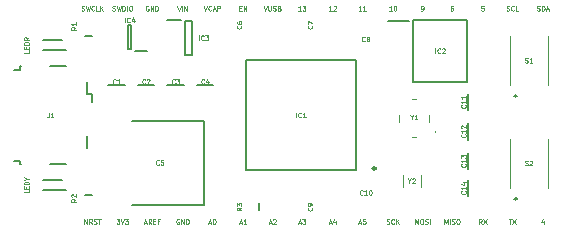
<source format=gto>
G04 #@! TF.GenerationSoftware,KiCad,Pcbnew,5.1.5-52549c5~84~ubuntu18.04.1*
G04 #@! TF.CreationDate,2019-12-30T17:09:38-05:00*
G04 #@! TF.ProjectId,junebug,6a756e65-6275-4672-9e6b-696361645f70,rev?*
G04 #@! TF.SameCoordinates,Original*
G04 #@! TF.FileFunction,Legend,Top*
G04 #@! TF.FilePolarity,Positive*
%FSLAX46Y46*%
G04 Gerber Fmt 4.6, Leading zero omitted, Abs format (unit mm)*
G04 Created by KiCad (PCBNEW 5.1.5-52549c5~84~ubuntu18.04.1) date 2019-12-30 17:09:38*
%MOMM*%
%LPD*%
G04 APERTURE LIST*
%ADD10C,0.100000*%
%ADD11C,0.200000*%
%ADD12C,0.250000*%
%ADD13C,0.150000*%
G04 APERTURE END LIST*
D10*
X118995238Y-91661904D02*
X119052380Y-91680952D01*
X119147619Y-91680952D01*
X119185714Y-91661904D01*
X119204761Y-91642857D01*
X119223809Y-91604761D01*
X119223809Y-91566666D01*
X119204761Y-91528571D01*
X119185714Y-91509523D01*
X119147619Y-91490476D01*
X119071428Y-91471428D01*
X119033333Y-91452380D01*
X119014285Y-91433333D01*
X118995238Y-91395238D01*
X118995238Y-91357142D01*
X119014285Y-91319047D01*
X119033333Y-91300000D01*
X119071428Y-91280952D01*
X119166666Y-91280952D01*
X119223809Y-91300000D01*
X119376190Y-91319047D02*
X119395238Y-91300000D01*
X119433333Y-91280952D01*
X119528571Y-91280952D01*
X119566666Y-91300000D01*
X119585714Y-91319047D01*
X119604761Y-91357142D01*
X119604761Y-91395238D01*
X119585714Y-91452380D01*
X119357142Y-91680952D01*
X119604761Y-91680952D01*
X118995238Y-82961904D02*
X119052380Y-82980952D01*
X119147619Y-82980952D01*
X119185714Y-82961904D01*
X119204761Y-82942857D01*
X119223809Y-82904761D01*
X119223809Y-82866666D01*
X119204761Y-82828571D01*
X119185714Y-82809523D01*
X119147619Y-82790476D01*
X119071428Y-82771428D01*
X119033333Y-82752380D01*
X119014285Y-82733333D01*
X118995238Y-82695238D01*
X118995238Y-82657142D01*
X119014285Y-82619047D01*
X119033333Y-82600000D01*
X119071428Y-82580952D01*
X119166666Y-82580952D01*
X119223809Y-82600000D01*
X119604761Y-82980952D02*
X119376190Y-82980952D01*
X119490476Y-82980952D02*
X119490476Y-82580952D01*
X119452380Y-82638095D01*
X119414285Y-82676190D01*
X119376190Y-82695238D01*
X113942857Y-93857142D02*
X113961904Y-93876190D01*
X113980952Y-93933333D01*
X113980952Y-93971428D01*
X113961904Y-94028571D01*
X113923809Y-94066666D01*
X113885714Y-94085714D01*
X113809523Y-94104761D01*
X113752380Y-94104761D01*
X113676190Y-94085714D01*
X113638095Y-94066666D01*
X113600000Y-94028571D01*
X113580952Y-93971428D01*
X113580952Y-93933333D01*
X113600000Y-93876190D01*
X113619047Y-93857142D01*
X113980952Y-93476190D02*
X113980952Y-93704761D01*
X113980952Y-93590476D02*
X113580952Y-93590476D01*
X113638095Y-93628571D01*
X113676190Y-93666666D01*
X113695238Y-93704761D01*
X113714285Y-93133333D02*
X113980952Y-93133333D01*
X113561904Y-93228571D02*
X113847619Y-93323809D01*
X113847619Y-93076190D01*
X113942857Y-91557142D02*
X113961904Y-91576190D01*
X113980952Y-91633333D01*
X113980952Y-91671428D01*
X113961904Y-91728571D01*
X113923809Y-91766666D01*
X113885714Y-91785714D01*
X113809523Y-91804761D01*
X113752380Y-91804761D01*
X113676190Y-91785714D01*
X113638095Y-91766666D01*
X113600000Y-91728571D01*
X113580952Y-91671428D01*
X113580952Y-91633333D01*
X113600000Y-91576190D01*
X113619047Y-91557142D01*
X113980952Y-91176190D02*
X113980952Y-91404761D01*
X113980952Y-91290476D02*
X113580952Y-91290476D01*
X113638095Y-91328571D01*
X113676190Y-91366666D01*
X113695238Y-91404761D01*
X113580952Y-91042857D02*
X113580952Y-90795238D01*
X113733333Y-90928571D01*
X113733333Y-90871428D01*
X113752380Y-90833333D01*
X113771428Y-90814285D01*
X113809523Y-90795238D01*
X113904761Y-90795238D01*
X113942857Y-90814285D01*
X113961904Y-90833333D01*
X113980952Y-90871428D01*
X113980952Y-90985714D01*
X113961904Y-91023809D01*
X113942857Y-91042857D01*
X113942857Y-89057142D02*
X113961904Y-89076190D01*
X113980952Y-89133333D01*
X113980952Y-89171428D01*
X113961904Y-89228571D01*
X113923809Y-89266666D01*
X113885714Y-89285714D01*
X113809523Y-89304761D01*
X113752380Y-89304761D01*
X113676190Y-89285714D01*
X113638095Y-89266666D01*
X113600000Y-89228571D01*
X113580952Y-89171428D01*
X113580952Y-89133333D01*
X113600000Y-89076190D01*
X113619047Y-89057142D01*
X113980952Y-88676190D02*
X113980952Y-88904761D01*
X113980952Y-88790476D02*
X113580952Y-88790476D01*
X113638095Y-88828571D01*
X113676190Y-88866666D01*
X113695238Y-88904761D01*
X113619047Y-88523809D02*
X113600000Y-88504761D01*
X113580952Y-88466666D01*
X113580952Y-88371428D01*
X113600000Y-88333333D01*
X113619047Y-88314285D01*
X113657142Y-88295238D01*
X113695238Y-88295238D01*
X113752380Y-88314285D01*
X113980952Y-88542857D01*
X113980952Y-88295238D01*
X113942857Y-86557142D02*
X113961904Y-86576190D01*
X113980952Y-86633333D01*
X113980952Y-86671428D01*
X113961904Y-86728571D01*
X113923809Y-86766666D01*
X113885714Y-86785714D01*
X113809523Y-86804761D01*
X113752380Y-86804761D01*
X113676190Y-86785714D01*
X113638095Y-86766666D01*
X113600000Y-86728571D01*
X113580952Y-86671428D01*
X113580952Y-86633333D01*
X113600000Y-86576190D01*
X113619047Y-86557142D01*
X113980952Y-86176190D02*
X113980952Y-86404761D01*
X113980952Y-86290476D02*
X113580952Y-86290476D01*
X113638095Y-86328571D01*
X113676190Y-86366666D01*
X113695238Y-86404761D01*
X113980952Y-85795238D02*
X113980952Y-86023809D01*
X113980952Y-85909523D02*
X113580952Y-85909523D01*
X113638095Y-85947619D01*
X113676190Y-85985714D01*
X113695238Y-86023809D01*
X111409523Y-82180952D02*
X111409523Y-81780952D01*
X111828571Y-82142857D02*
X111809523Y-82161904D01*
X111752380Y-82180952D01*
X111714285Y-82180952D01*
X111657142Y-82161904D01*
X111619047Y-82123809D01*
X111600000Y-82085714D01*
X111580952Y-82009523D01*
X111580952Y-81952380D01*
X111600000Y-81876190D01*
X111619047Y-81838095D01*
X111657142Y-81800000D01*
X111714285Y-81780952D01*
X111752380Y-81780952D01*
X111809523Y-81800000D01*
X111828571Y-81819047D01*
X111980952Y-81819047D02*
X112000000Y-81800000D01*
X112038095Y-81780952D01*
X112133333Y-81780952D01*
X112171428Y-81800000D01*
X112190476Y-81819047D01*
X112209523Y-81857142D01*
X112209523Y-81895238D01*
X112190476Y-81952380D01*
X111961904Y-82180952D01*
X112209523Y-82180952D01*
X109409523Y-87590476D02*
X109409523Y-87780952D01*
X109276190Y-87380952D02*
X109409523Y-87590476D01*
X109542857Y-87380952D01*
X109885714Y-87780952D02*
X109657142Y-87780952D01*
X109771428Y-87780952D02*
X109771428Y-87380952D01*
X109733333Y-87438095D01*
X109695238Y-87476190D01*
X109657142Y-87495238D01*
X109209523Y-92990476D02*
X109209523Y-93180952D01*
X109076190Y-92780952D02*
X109209523Y-92990476D01*
X109342857Y-92780952D01*
X109457142Y-92819047D02*
X109476190Y-92800000D01*
X109514285Y-92780952D01*
X109609523Y-92780952D01*
X109647619Y-92800000D01*
X109666666Y-92819047D01*
X109685714Y-92857142D01*
X109685714Y-92895238D01*
X109666666Y-92952380D01*
X109438095Y-93180952D01*
X109685714Y-93180952D01*
X105242857Y-94142857D02*
X105223809Y-94161904D01*
X105166666Y-94180952D01*
X105128571Y-94180952D01*
X105071428Y-94161904D01*
X105033333Y-94123809D01*
X105014285Y-94085714D01*
X104995238Y-94009523D01*
X104995238Y-93952380D01*
X105014285Y-93876190D01*
X105033333Y-93838095D01*
X105071428Y-93800000D01*
X105128571Y-93780952D01*
X105166666Y-93780952D01*
X105223809Y-93800000D01*
X105242857Y-93819047D01*
X105623809Y-94180952D02*
X105395238Y-94180952D01*
X105509523Y-94180952D02*
X105509523Y-93780952D01*
X105471428Y-93838095D01*
X105433333Y-93876190D01*
X105395238Y-93895238D01*
X105871428Y-93780952D02*
X105909523Y-93780952D01*
X105947619Y-93800000D01*
X105966666Y-93819047D01*
X105985714Y-93857142D01*
X106004761Y-93933333D01*
X106004761Y-94028571D01*
X105985714Y-94104761D01*
X105966666Y-94142857D01*
X105947619Y-94161904D01*
X105909523Y-94180952D01*
X105871428Y-94180952D01*
X105833333Y-94161904D01*
X105814285Y-94142857D01*
X105795238Y-94104761D01*
X105776190Y-94028571D01*
X105776190Y-93933333D01*
X105795238Y-93857142D01*
X105814285Y-93819047D01*
X105833333Y-93800000D01*
X105871428Y-93780952D01*
X100942857Y-95266666D02*
X100961904Y-95285714D01*
X100980952Y-95342857D01*
X100980952Y-95380952D01*
X100961904Y-95438095D01*
X100923809Y-95476190D01*
X100885714Y-95495238D01*
X100809523Y-95514285D01*
X100752380Y-95514285D01*
X100676190Y-95495238D01*
X100638095Y-95476190D01*
X100600000Y-95438095D01*
X100580952Y-95380952D01*
X100580952Y-95342857D01*
X100600000Y-95285714D01*
X100619047Y-95266666D01*
X100980952Y-95076190D02*
X100980952Y-95000000D01*
X100961904Y-94961904D01*
X100942857Y-94942857D01*
X100885714Y-94904761D01*
X100809523Y-94885714D01*
X100657142Y-94885714D01*
X100619047Y-94904761D01*
X100600000Y-94923809D01*
X100580952Y-94961904D01*
X100580952Y-95038095D01*
X100600000Y-95076190D01*
X100619047Y-95095238D01*
X100657142Y-95114285D01*
X100752380Y-95114285D01*
X100790476Y-95095238D01*
X100809523Y-95076190D01*
X100828571Y-95038095D01*
X100828571Y-94961904D01*
X100809523Y-94923809D01*
X100790476Y-94904761D01*
X100752380Y-94885714D01*
X105433333Y-81142857D02*
X105414285Y-81161904D01*
X105357142Y-81180952D01*
X105319047Y-81180952D01*
X105261904Y-81161904D01*
X105223809Y-81123809D01*
X105204761Y-81085714D01*
X105185714Y-81009523D01*
X105185714Y-80952380D01*
X105204761Y-80876190D01*
X105223809Y-80838095D01*
X105261904Y-80800000D01*
X105319047Y-80780952D01*
X105357142Y-80780952D01*
X105414285Y-80800000D01*
X105433333Y-80819047D01*
X105661904Y-80952380D02*
X105623809Y-80933333D01*
X105604761Y-80914285D01*
X105585714Y-80876190D01*
X105585714Y-80857142D01*
X105604761Y-80819047D01*
X105623809Y-80800000D01*
X105661904Y-80780952D01*
X105738095Y-80780952D01*
X105776190Y-80800000D01*
X105795238Y-80819047D01*
X105814285Y-80857142D01*
X105814285Y-80876190D01*
X105795238Y-80914285D01*
X105776190Y-80933333D01*
X105738095Y-80952380D01*
X105661904Y-80952380D01*
X105623809Y-80971428D01*
X105604761Y-80990476D01*
X105585714Y-81028571D01*
X105585714Y-81104761D01*
X105604761Y-81142857D01*
X105623809Y-81161904D01*
X105661904Y-81180952D01*
X105738095Y-81180952D01*
X105776190Y-81161904D01*
X105795238Y-81142857D01*
X105814285Y-81104761D01*
X105814285Y-81028571D01*
X105795238Y-80990476D01*
X105776190Y-80971428D01*
X105738095Y-80952380D01*
X100942857Y-79866666D02*
X100961904Y-79885714D01*
X100980952Y-79942857D01*
X100980952Y-79980952D01*
X100961904Y-80038095D01*
X100923809Y-80076190D01*
X100885714Y-80095238D01*
X100809523Y-80114285D01*
X100752380Y-80114285D01*
X100676190Y-80095238D01*
X100638095Y-80076190D01*
X100600000Y-80038095D01*
X100580952Y-79980952D01*
X100580952Y-79942857D01*
X100600000Y-79885714D01*
X100619047Y-79866666D01*
X100580952Y-79733333D02*
X100580952Y-79466666D01*
X100980952Y-79638095D01*
X94942857Y-79866666D02*
X94961904Y-79885714D01*
X94980952Y-79942857D01*
X94980952Y-79980952D01*
X94961904Y-80038095D01*
X94923809Y-80076190D01*
X94885714Y-80095238D01*
X94809523Y-80114285D01*
X94752380Y-80114285D01*
X94676190Y-80095238D01*
X94638095Y-80076190D01*
X94600000Y-80038095D01*
X94580952Y-79980952D01*
X94580952Y-79942857D01*
X94600000Y-79885714D01*
X94619047Y-79866666D01*
X94580952Y-79523809D02*
X94580952Y-79600000D01*
X94600000Y-79638095D01*
X94619047Y-79657142D01*
X94676190Y-79695238D01*
X94752380Y-79714285D01*
X94904761Y-79714285D01*
X94942857Y-79695238D01*
X94961904Y-79676190D01*
X94980952Y-79638095D01*
X94980952Y-79561904D01*
X94961904Y-79523809D01*
X94942857Y-79504761D01*
X94904761Y-79485714D01*
X94809523Y-79485714D01*
X94771428Y-79504761D01*
X94752380Y-79523809D01*
X94733333Y-79561904D01*
X94733333Y-79638095D01*
X94752380Y-79676190D01*
X94771428Y-79695238D01*
X94809523Y-79714285D01*
X99609523Y-87610952D02*
X99609523Y-87210952D01*
X100028571Y-87572857D02*
X100009523Y-87591904D01*
X99952380Y-87610952D01*
X99914285Y-87610952D01*
X99857142Y-87591904D01*
X99819047Y-87553809D01*
X99800000Y-87515714D01*
X99780952Y-87439523D01*
X99780952Y-87382380D01*
X99800000Y-87306190D01*
X99819047Y-87268095D01*
X99857142Y-87230000D01*
X99914285Y-87210952D01*
X99952380Y-87210952D01*
X100009523Y-87230000D01*
X100028571Y-87249047D01*
X100409523Y-87610952D02*
X100180952Y-87610952D01*
X100295238Y-87610952D02*
X100295238Y-87210952D01*
X100257142Y-87268095D01*
X100219047Y-87306190D01*
X100180952Y-87325238D01*
X94980952Y-95266666D02*
X94790476Y-95400000D01*
X94980952Y-95495238D02*
X94580952Y-95495238D01*
X94580952Y-95342857D01*
X94600000Y-95304761D01*
X94619047Y-95285714D01*
X94657142Y-95266666D01*
X94714285Y-95266666D01*
X94752380Y-95285714D01*
X94771428Y-95304761D01*
X94790476Y-95342857D01*
X94790476Y-95495238D01*
X94580952Y-95133333D02*
X94580952Y-94885714D01*
X94733333Y-95019047D01*
X94733333Y-94961904D01*
X94752380Y-94923809D01*
X94771428Y-94904761D01*
X94809523Y-94885714D01*
X94904761Y-94885714D01*
X94942857Y-94904761D01*
X94961904Y-94923809D01*
X94980952Y-94961904D01*
X94980952Y-95076190D01*
X94961904Y-95114285D01*
X94942857Y-95133333D01*
X87983333Y-91592857D02*
X87964285Y-91611904D01*
X87907142Y-91630952D01*
X87869047Y-91630952D01*
X87811904Y-91611904D01*
X87773809Y-91573809D01*
X87754761Y-91535714D01*
X87735714Y-91459523D01*
X87735714Y-91402380D01*
X87754761Y-91326190D01*
X87773809Y-91288095D01*
X87811904Y-91250000D01*
X87869047Y-91230952D01*
X87907142Y-91230952D01*
X87964285Y-91250000D01*
X87983333Y-91269047D01*
X88345238Y-91230952D02*
X88154761Y-91230952D01*
X88135714Y-91421428D01*
X88154761Y-91402380D01*
X88192857Y-91383333D01*
X88288095Y-91383333D01*
X88326190Y-91402380D01*
X88345238Y-91421428D01*
X88364285Y-91459523D01*
X88364285Y-91554761D01*
X88345238Y-91592857D01*
X88326190Y-91611904D01*
X88288095Y-91630952D01*
X88192857Y-91630952D01*
X88154761Y-91611904D01*
X88135714Y-91592857D01*
X91833333Y-84742857D02*
X91814285Y-84761904D01*
X91757142Y-84780952D01*
X91719047Y-84780952D01*
X91661904Y-84761904D01*
X91623809Y-84723809D01*
X91604761Y-84685714D01*
X91585714Y-84609523D01*
X91585714Y-84552380D01*
X91604761Y-84476190D01*
X91623809Y-84438095D01*
X91661904Y-84400000D01*
X91719047Y-84380952D01*
X91757142Y-84380952D01*
X91814285Y-84400000D01*
X91833333Y-84419047D01*
X92176190Y-84514285D02*
X92176190Y-84780952D01*
X92080952Y-84361904D02*
X91985714Y-84647619D01*
X92233333Y-84647619D01*
X89333333Y-84742857D02*
X89314285Y-84761904D01*
X89257142Y-84780952D01*
X89219047Y-84780952D01*
X89161904Y-84761904D01*
X89123809Y-84723809D01*
X89104761Y-84685714D01*
X89085714Y-84609523D01*
X89085714Y-84552380D01*
X89104761Y-84476190D01*
X89123809Y-84438095D01*
X89161904Y-84400000D01*
X89219047Y-84380952D01*
X89257142Y-84380952D01*
X89314285Y-84400000D01*
X89333333Y-84419047D01*
X89466666Y-84380952D02*
X89714285Y-84380952D01*
X89580952Y-84533333D01*
X89638095Y-84533333D01*
X89676190Y-84552380D01*
X89695238Y-84571428D01*
X89714285Y-84609523D01*
X89714285Y-84704761D01*
X89695238Y-84742857D01*
X89676190Y-84761904D01*
X89638095Y-84780952D01*
X89523809Y-84780952D01*
X89485714Y-84761904D01*
X89466666Y-84742857D01*
X86833333Y-84742857D02*
X86814285Y-84761904D01*
X86757142Y-84780952D01*
X86719047Y-84780952D01*
X86661904Y-84761904D01*
X86623809Y-84723809D01*
X86604761Y-84685714D01*
X86585714Y-84609523D01*
X86585714Y-84552380D01*
X86604761Y-84476190D01*
X86623809Y-84438095D01*
X86661904Y-84400000D01*
X86719047Y-84380952D01*
X86757142Y-84380952D01*
X86814285Y-84400000D01*
X86833333Y-84419047D01*
X86985714Y-84419047D02*
X87004761Y-84400000D01*
X87042857Y-84380952D01*
X87138095Y-84380952D01*
X87176190Y-84400000D01*
X87195238Y-84419047D01*
X87214285Y-84457142D01*
X87214285Y-84495238D01*
X87195238Y-84552380D01*
X86966666Y-84780952D01*
X87214285Y-84780952D01*
X84333333Y-84742857D02*
X84314285Y-84761904D01*
X84257142Y-84780952D01*
X84219047Y-84780952D01*
X84161904Y-84761904D01*
X84123809Y-84723809D01*
X84104761Y-84685714D01*
X84085714Y-84609523D01*
X84085714Y-84552380D01*
X84104761Y-84476190D01*
X84123809Y-84438095D01*
X84161904Y-84400000D01*
X84219047Y-84380952D01*
X84257142Y-84380952D01*
X84314285Y-84400000D01*
X84333333Y-84419047D01*
X84714285Y-84780952D02*
X84485714Y-84780952D01*
X84600000Y-84780952D02*
X84600000Y-84380952D01*
X84561904Y-84438095D01*
X84523809Y-84476190D01*
X84485714Y-84495238D01*
X91359523Y-81080952D02*
X91359523Y-80680952D01*
X91778571Y-81042857D02*
X91759523Y-81061904D01*
X91702380Y-81080952D01*
X91664285Y-81080952D01*
X91607142Y-81061904D01*
X91569047Y-81023809D01*
X91550000Y-80985714D01*
X91530952Y-80909523D01*
X91530952Y-80852380D01*
X91550000Y-80776190D01*
X91569047Y-80738095D01*
X91607142Y-80700000D01*
X91664285Y-80680952D01*
X91702380Y-80680952D01*
X91759523Y-80700000D01*
X91778571Y-80719047D01*
X91911904Y-80680952D02*
X92159523Y-80680952D01*
X92026190Y-80833333D01*
X92083333Y-80833333D01*
X92121428Y-80852380D01*
X92140476Y-80871428D01*
X92159523Y-80909523D01*
X92159523Y-81004761D01*
X92140476Y-81042857D01*
X92121428Y-81061904D01*
X92083333Y-81080952D01*
X91969047Y-81080952D01*
X91930952Y-81061904D01*
X91911904Y-81042857D01*
X85109523Y-79580952D02*
X85109523Y-79180952D01*
X85528571Y-79542857D02*
X85509523Y-79561904D01*
X85452380Y-79580952D01*
X85414285Y-79580952D01*
X85357142Y-79561904D01*
X85319047Y-79523809D01*
X85300000Y-79485714D01*
X85280952Y-79409523D01*
X85280952Y-79352380D01*
X85300000Y-79276190D01*
X85319047Y-79238095D01*
X85357142Y-79200000D01*
X85414285Y-79180952D01*
X85452380Y-79180952D01*
X85509523Y-79200000D01*
X85528571Y-79219047D01*
X85871428Y-79314285D02*
X85871428Y-79580952D01*
X85776190Y-79161904D02*
X85680952Y-79447619D01*
X85928571Y-79447619D01*
X78666666Y-87210952D02*
X78666666Y-87496666D01*
X78647619Y-87553809D01*
X78609523Y-87591904D01*
X78552380Y-87610952D01*
X78514285Y-87610952D01*
X79066666Y-87610952D02*
X78838095Y-87610952D01*
X78952380Y-87610952D02*
X78952380Y-87210952D01*
X78914285Y-87268095D01*
X78876190Y-87306190D01*
X78838095Y-87325238D01*
X80980952Y-94526666D02*
X80790476Y-94660000D01*
X80980952Y-94755238D02*
X80580952Y-94755238D01*
X80580952Y-94602857D01*
X80600000Y-94564761D01*
X80619047Y-94545714D01*
X80657142Y-94526666D01*
X80714285Y-94526666D01*
X80752380Y-94545714D01*
X80771428Y-94564761D01*
X80790476Y-94602857D01*
X80790476Y-94755238D01*
X80619047Y-94374285D02*
X80600000Y-94355238D01*
X80580952Y-94317142D01*
X80580952Y-94221904D01*
X80600000Y-94183809D01*
X80619047Y-94164761D01*
X80657142Y-94145714D01*
X80695238Y-94145714D01*
X80752380Y-94164761D01*
X80980952Y-94393333D01*
X80980952Y-94145714D01*
X80980952Y-79966666D02*
X80790476Y-80100000D01*
X80980952Y-80195238D02*
X80580952Y-80195238D01*
X80580952Y-80042857D01*
X80600000Y-80004761D01*
X80619047Y-79985714D01*
X80657142Y-79966666D01*
X80714285Y-79966666D01*
X80752380Y-79985714D01*
X80771428Y-80004761D01*
X80790476Y-80042857D01*
X80790476Y-80195238D01*
X80980952Y-79585714D02*
X80980952Y-79814285D01*
X80980952Y-79700000D02*
X80580952Y-79700000D01*
X80638095Y-79738095D01*
X80676190Y-79776190D01*
X80695238Y-79814285D01*
X76980952Y-93788571D02*
X76980952Y-93979047D01*
X76580952Y-93979047D01*
X76771428Y-93655238D02*
X76771428Y-93521904D01*
X76980952Y-93464761D02*
X76980952Y-93655238D01*
X76580952Y-93655238D01*
X76580952Y-93464761D01*
X76980952Y-93293333D02*
X76580952Y-93293333D01*
X76580952Y-93198095D01*
X76600000Y-93140952D01*
X76638095Y-93102857D01*
X76676190Y-93083809D01*
X76752380Y-93064761D01*
X76809523Y-93064761D01*
X76885714Y-93083809D01*
X76923809Y-93102857D01*
X76961904Y-93140952D01*
X76980952Y-93198095D01*
X76980952Y-93293333D01*
X76790476Y-92817142D02*
X76980952Y-92817142D01*
X76580952Y-92950476D02*
X76790476Y-92817142D01*
X76580952Y-92683809D01*
X76980952Y-81957142D02*
X76980952Y-82147619D01*
X76580952Y-82147619D01*
X76771428Y-81823809D02*
X76771428Y-81690476D01*
X76980952Y-81633333D02*
X76980952Y-81823809D01*
X76580952Y-81823809D01*
X76580952Y-81633333D01*
X76980952Y-81461904D02*
X76580952Y-81461904D01*
X76580952Y-81366666D01*
X76600000Y-81309523D01*
X76638095Y-81271428D01*
X76676190Y-81252380D01*
X76752380Y-81233333D01*
X76809523Y-81233333D01*
X76885714Y-81252380D01*
X76923809Y-81271428D01*
X76961904Y-81309523D01*
X76980952Y-81366666D01*
X76980952Y-81461904D01*
X76980952Y-80833333D02*
X76790476Y-80966666D01*
X76980952Y-81061904D02*
X76580952Y-81061904D01*
X76580952Y-80909523D01*
X76600000Y-80871428D01*
X76619047Y-80852380D01*
X76657142Y-80833333D01*
X76714285Y-80833333D01*
X76752380Y-80852380D01*
X76771428Y-80871428D01*
X76790476Y-80909523D01*
X76790476Y-81061904D01*
X120576190Y-96374285D02*
X120576190Y-96640952D01*
X120480952Y-96221904D02*
X120385714Y-96507619D01*
X120633333Y-96507619D01*
X117595238Y-96240952D02*
X117823809Y-96240952D01*
X117709523Y-96640952D02*
X117709523Y-96240952D01*
X117919047Y-96240952D02*
X118185714Y-96640952D01*
X118185714Y-96240952D02*
X117919047Y-96640952D01*
X115333333Y-96640952D02*
X115200000Y-96450476D01*
X115104761Y-96640952D02*
X115104761Y-96240952D01*
X115257142Y-96240952D01*
X115295238Y-96260000D01*
X115314285Y-96279047D01*
X115333333Y-96317142D01*
X115333333Y-96374285D01*
X115314285Y-96412380D01*
X115295238Y-96431428D01*
X115257142Y-96450476D01*
X115104761Y-96450476D01*
X115466666Y-96240952D02*
X115733333Y-96640952D01*
X115733333Y-96240952D02*
X115466666Y-96640952D01*
X112171428Y-96640952D02*
X112171428Y-96240952D01*
X112304761Y-96526666D01*
X112438095Y-96240952D01*
X112438095Y-96640952D01*
X112628571Y-96640952D02*
X112628571Y-96240952D01*
X112800000Y-96621904D02*
X112857142Y-96640952D01*
X112952380Y-96640952D01*
X112990476Y-96621904D01*
X113009523Y-96602857D01*
X113028571Y-96564761D01*
X113028571Y-96526666D01*
X113009523Y-96488571D01*
X112990476Y-96469523D01*
X112952380Y-96450476D01*
X112876190Y-96431428D01*
X112838095Y-96412380D01*
X112819047Y-96393333D01*
X112800000Y-96355238D01*
X112800000Y-96317142D01*
X112819047Y-96279047D01*
X112838095Y-96260000D01*
X112876190Y-96240952D01*
X112971428Y-96240952D01*
X113028571Y-96260000D01*
X113276190Y-96240952D02*
X113352380Y-96240952D01*
X113390476Y-96260000D01*
X113428571Y-96298095D01*
X113447619Y-96374285D01*
X113447619Y-96507619D01*
X113428571Y-96583809D01*
X113390476Y-96621904D01*
X113352380Y-96640952D01*
X113276190Y-96640952D01*
X113238095Y-96621904D01*
X113200000Y-96583809D01*
X113180952Y-96507619D01*
X113180952Y-96374285D01*
X113200000Y-96298095D01*
X113238095Y-96260000D01*
X113276190Y-96240952D01*
X109671428Y-96640952D02*
X109671428Y-96240952D01*
X109804761Y-96526666D01*
X109938095Y-96240952D01*
X109938095Y-96640952D01*
X110204761Y-96240952D02*
X110280952Y-96240952D01*
X110319047Y-96260000D01*
X110357142Y-96298095D01*
X110376190Y-96374285D01*
X110376190Y-96507619D01*
X110357142Y-96583809D01*
X110319047Y-96621904D01*
X110280952Y-96640952D01*
X110204761Y-96640952D01*
X110166666Y-96621904D01*
X110128571Y-96583809D01*
X110109523Y-96507619D01*
X110109523Y-96374285D01*
X110128571Y-96298095D01*
X110166666Y-96260000D01*
X110204761Y-96240952D01*
X110528571Y-96621904D02*
X110585714Y-96640952D01*
X110680952Y-96640952D01*
X110719047Y-96621904D01*
X110738095Y-96602857D01*
X110757142Y-96564761D01*
X110757142Y-96526666D01*
X110738095Y-96488571D01*
X110719047Y-96469523D01*
X110680952Y-96450476D01*
X110604761Y-96431428D01*
X110566666Y-96412380D01*
X110547619Y-96393333D01*
X110528571Y-96355238D01*
X110528571Y-96317142D01*
X110547619Y-96279047D01*
X110566666Y-96260000D01*
X110604761Y-96240952D01*
X110700000Y-96240952D01*
X110757142Y-96260000D01*
X110928571Y-96640952D02*
X110928571Y-96240952D01*
X107285714Y-96621904D02*
X107342857Y-96640952D01*
X107438095Y-96640952D01*
X107476190Y-96621904D01*
X107495238Y-96602857D01*
X107514285Y-96564761D01*
X107514285Y-96526666D01*
X107495238Y-96488571D01*
X107476190Y-96469523D01*
X107438095Y-96450476D01*
X107361904Y-96431428D01*
X107323809Y-96412380D01*
X107304761Y-96393333D01*
X107285714Y-96355238D01*
X107285714Y-96317142D01*
X107304761Y-96279047D01*
X107323809Y-96260000D01*
X107361904Y-96240952D01*
X107457142Y-96240952D01*
X107514285Y-96260000D01*
X107914285Y-96602857D02*
X107895238Y-96621904D01*
X107838095Y-96640952D01*
X107800000Y-96640952D01*
X107742857Y-96621904D01*
X107704761Y-96583809D01*
X107685714Y-96545714D01*
X107666666Y-96469523D01*
X107666666Y-96412380D01*
X107685714Y-96336190D01*
X107704761Y-96298095D01*
X107742857Y-96260000D01*
X107800000Y-96240952D01*
X107838095Y-96240952D01*
X107895238Y-96260000D01*
X107914285Y-96279047D01*
X108085714Y-96640952D02*
X108085714Y-96240952D01*
X108314285Y-96640952D02*
X108142857Y-96412380D01*
X108314285Y-96240952D02*
X108085714Y-96469523D01*
X104914285Y-96526666D02*
X105104761Y-96526666D01*
X104876190Y-96640952D02*
X105009523Y-96240952D01*
X105142857Y-96640952D01*
X105466666Y-96240952D02*
X105276190Y-96240952D01*
X105257142Y-96431428D01*
X105276190Y-96412380D01*
X105314285Y-96393333D01*
X105409523Y-96393333D01*
X105447619Y-96412380D01*
X105466666Y-96431428D01*
X105485714Y-96469523D01*
X105485714Y-96564761D01*
X105466666Y-96602857D01*
X105447619Y-96621904D01*
X105409523Y-96640952D01*
X105314285Y-96640952D01*
X105276190Y-96621904D01*
X105257142Y-96602857D01*
X102414285Y-96526666D02*
X102604761Y-96526666D01*
X102376190Y-96640952D02*
X102509523Y-96240952D01*
X102642857Y-96640952D01*
X102947619Y-96374285D02*
X102947619Y-96640952D01*
X102852380Y-96221904D02*
X102757142Y-96507619D01*
X103004761Y-96507619D01*
X99814285Y-96526666D02*
X100004761Y-96526666D01*
X99776190Y-96640952D02*
X99909523Y-96240952D01*
X100042857Y-96640952D01*
X100138095Y-96240952D02*
X100385714Y-96240952D01*
X100252380Y-96393333D01*
X100309523Y-96393333D01*
X100347619Y-96412380D01*
X100366666Y-96431428D01*
X100385714Y-96469523D01*
X100385714Y-96564761D01*
X100366666Y-96602857D01*
X100347619Y-96621904D01*
X100309523Y-96640952D01*
X100195238Y-96640952D01*
X100157142Y-96621904D01*
X100138095Y-96602857D01*
X97314285Y-96526666D02*
X97504761Y-96526666D01*
X97276190Y-96640952D02*
X97409523Y-96240952D01*
X97542857Y-96640952D01*
X97657142Y-96279047D02*
X97676190Y-96260000D01*
X97714285Y-96240952D01*
X97809523Y-96240952D01*
X97847619Y-96260000D01*
X97866666Y-96279047D01*
X97885714Y-96317142D01*
X97885714Y-96355238D01*
X97866666Y-96412380D01*
X97638095Y-96640952D01*
X97885714Y-96640952D01*
X94814285Y-96526666D02*
X95004761Y-96526666D01*
X94776190Y-96640952D02*
X94909523Y-96240952D01*
X95042857Y-96640952D01*
X95385714Y-96640952D02*
X95157142Y-96640952D01*
X95271428Y-96640952D02*
X95271428Y-96240952D01*
X95233333Y-96298095D01*
X95195238Y-96336190D01*
X95157142Y-96355238D01*
X92214285Y-96526666D02*
X92404761Y-96526666D01*
X92176190Y-96640952D02*
X92309523Y-96240952D01*
X92442857Y-96640952D01*
X92652380Y-96240952D02*
X92690476Y-96240952D01*
X92728571Y-96260000D01*
X92747619Y-96279047D01*
X92766666Y-96317142D01*
X92785714Y-96393333D01*
X92785714Y-96488571D01*
X92766666Y-96564761D01*
X92747619Y-96602857D01*
X92728571Y-96621904D01*
X92690476Y-96640952D01*
X92652380Y-96640952D01*
X92614285Y-96621904D01*
X92595238Y-96602857D01*
X92576190Y-96564761D01*
X92557142Y-96488571D01*
X92557142Y-96393333D01*
X92576190Y-96317142D01*
X92595238Y-96279047D01*
X92614285Y-96260000D01*
X92652380Y-96240952D01*
X89695238Y-96260000D02*
X89657142Y-96240952D01*
X89600000Y-96240952D01*
X89542857Y-96260000D01*
X89504761Y-96298095D01*
X89485714Y-96336190D01*
X89466666Y-96412380D01*
X89466666Y-96469523D01*
X89485714Y-96545714D01*
X89504761Y-96583809D01*
X89542857Y-96621904D01*
X89600000Y-96640952D01*
X89638095Y-96640952D01*
X89695238Y-96621904D01*
X89714285Y-96602857D01*
X89714285Y-96469523D01*
X89638095Y-96469523D01*
X89885714Y-96640952D02*
X89885714Y-96240952D01*
X90114285Y-96640952D01*
X90114285Y-96240952D01*
X90304761Y-96640952D02*
X90304761Y-96240952D01*
X90400000Y-96240952D01*
X90457142Y-96260000D01*
X90495238Y-96298095D01*
X90514285Y-96336190D01*
X90533333Y-96412380D01*
X90533333Y-96469523D01*
X90514285Y-96545714D01*
X90495238Y-96583809D01*
X90457142Y-96621904D01*
X90400000Y-96640952D01*
X90304761Y-96640952D01*
X86752380Y-96526666D02*
X86942857Y-96526666D01*
X86714285Y-96640952D02*
X86847619Y-96240952D01*
X86980952Y-96640952D01*
X87342857Y-96640952D02*
X87209523Y-96450476D01*
X87114285Y-96640952D02*
X87114285Y-96240952D01*
X87266666Y-96240952D01*
X87304761Y-96260000D01*
X87323809Y-96279047D01*
X87342857Y-96317142D01*
X87342857Y-96374285D01*
X87323809Y-96412380D01*
X87304761Y-96431428D01*
X87266666Y-96450476D01*
X87114285Y-96450476D01*
X87514285Y-96431428D02*
X87647619Y-96431428D01*
X87704761Y-96640952D02*
X87514285Y-96640952D01*
X87514285Y-96240952D01*
X87704761Y-96240952D01*
X88009523Y-96431428D02*
X87876190Y-96431428D01*
X87876190Y-96640952D02*
X87876190Y-96240952D01*
X88066666Y-96240952D01*
X84404761Y-96240952D02*
X84652380Y-96240952D01*
X84519047Y-96393333D01*
X84576190Y-96393333D01*
X84614285Y-96412380D01*
X84633333Y-96431428D01*
X84652380Y-96469523D01*
X84652380Y-96564761D01*
X84633333Y-96602857D01*
X84614285Y-96621904D01*
X84576190Y-96640952D01*
X84461904Y-96640952D01*
X84423809Y-96621904D01*
X84404761Y-96602857D01*
X84766666Y-96240952D02*
X84900000Y-96640952D01*
X85033333Y-96240952D01*
X85128571Y-96240952D02*
X85376190Y-96240952D01*
X85242857Y-96393333D01*
X85300000Y-96393333D01*
X85338095Y-96412380D01*
X85357142Y-96431428D01*
X85376190Y-96469523D01*
X85376190Y-96564761D01*
X85357142Y-96602857D01*
X85338095Y-96621904D01*
X85300000Y-96640952D01*
X85185714Y-96640952D01*
X85147619Y-96621904D01*
X85128571Y-96602857D01*
X81692857Y-96640952D02*
X81692857Y-96240952D01*
X81921428Y-96640952D01*
X81921428Y-96240952D01*
X82340476Y-96640952D02*
X82207142Y-96450476D01*
X82111904Y-96640952D02*
X82111904Y-96240952D01*
X82264285Y-96240952D01*
X82302380Y-96260000D01*
X82321428Y-96279047D01*
X82340476Y-96317142D01*
X82340476Y-96374285D01*
X82321428Y-96412380D01*
X82302380Y-96431428D01*
X82264285Y-96450476D01*
X82111904Y-96450476D01*
X82492857Y-96621904D02*
X82550000Y-96640952D01*
X82645238Y-96640952D01*
X82683333Y-96621904D01*
X82702380Y-96602857D01*
X82721428Y-96564761D01*
X82721428Y-96526666D01*
X82702380Y-96488571D01*
X82683333Y-96469523D01*
X82645238Y-96450476D01*
X82569047Y-96431428D01*
X82530952Y-96412380D01*
X82511904Y-96393333D01*
X82492857Y-96355238D01*
X82492857Y-96317142D01*
X82511904Y-96279047D01*
X82530952Y-96260000D01*
X82569047Y-96240952D01*
X82664285Y-96240952D01*
X82721428Y-96260000D01*
X82835714Y-96240952D02*
X83064285Y-96240952D01*
X82950000Y-96640952D02*
X82950000Y-96240952D01*
X120014285Y-78561904D02*
X120071428Y-78580952D01*
X120166666Y-78580952D01*
X120204761Y-78561904D01*
X120223809Y-78542857D01*
X120242857Y-78504761D01*
X120242857Y-78466666D01*
X120223809Y-78428571D01*
X120204761Y-78409523D01*
X120166666Y-78390476D01*
X120090476Y-78371428D01*
X120052380Y-78352380D01*
X120033333Y-78333333D01*
X120014285Y-78295238D01*
X120014285Y-78257142D01*
X120033333Y-78219047D01*
X120052380Y-78200000D01*
X120090476Y-78180952D01*
X120185714Y-78180952D01*
X120242857Y-78200000D01*
X120414285Y-78580952D02*
X120414285Y-78180952D01*
X120509523Y-78180952D01*
X120566666Y-78200000D01*
X120604761Y-78238095D01*
X120623809Y-78276190D01*
X120642857Y-78352380D01*
X120642857Y-78409523D01*
X120623809Y-78485714D01*
X120604761Y-78523809D01*
X120566666Y-78561904D01*
X120509523Y-78580952D01*
X120414285Y-78580952D01*
X120795238Y-78466666D02*
X120985714Y-78466666D01*
X120757142Y-78580952D02*
X120890476Y-78180952D01*
X121023809Y-78580952D01*
X117423809Y-78561904D02*
X117480952Y-78580952D01*
X117576190Y-78580952D01*
X117614285Y-78561904D01*
X117633333Y-78542857D01*
X117652380Y-78504761D01*
X117652380Y-78466666D01*
X117633333Y-78428571D01*
X117614285Y-78409523D01*
X117576190Y-78390476D01*
X117500000Y-78371428D01*
X117461904Y-78352380D01*
X117442857Y-78333333D01*
X117423809Y-78295238D01*
X117423809Y-78257142D01*
X117442857Y-78219047D01*
X117461904Y-78200000D01*
X117500000Y-78180952D01*
X117595238Y-78180952D01*
X117652380Y-78200000D01*
X118052380Y-78542857D02*
X118033333Y-78561904D01*
X117976190Y-78580952D01*
X117938095Y-78580952D01*
X117880952Y-78561904D01*
X117842857Y-78523809D01*
X117823809Y-78485714D01*
X117804761Y-78409523D01*
X117804761Y-78352380D01*
X117823809Y-78276190D01*
X117842857Y-78238095D01*
X117880952Y-78200000D01*
X117938095Y-78180952D01*
X117976190Y-78180952D01*
X118033333Y-78200000D01*
X118052380Y-78219047D01*
X118414285Y-78580952D02*
X118223809Y-78580952D01*
X118223809Y-78180952D01*
X115495238Y-78180952D02*
X115304761Y-78180952D01*
X115285714Y-78371428D01*
X115304761Y-78352380D01*
X115342857Y-78333333D01*
X115438095Y-78333333D01*
X115476190Y-78352380D01*
X115495238Y-78371428D01*
X115514285Y-78409523D01*
X115514285Y-78504761D01*
X115495238Y-78542857D01*
X115476190Y-78561904D01*
X115438095Y-78580952D01*
X115342857Y-78580952D01*
X115304761Y-78561904D01*
X115285714Y-78542857D01*
X112876190Y-78180952D02*
X112800000Y-78180952D01*
X112761904Y-78200000D01*
X112742857Y-78219047D01*
X112704761Y-78276190D01*
X112685714Y-78352380D01*
X112685714Y-78504761D01*
X112704761Y-78542857D01*
X112723809Y-78561904D01*
X112761904Y-78580952D01*
X112838095Y-78580952D01*
X112876190Y-78561904D01*
X112895238Y-78542857D01*
X112914285Y-78504761D01*
X112914285Y-78409523D01*
X112895238Y-78371428D01*
X112876190Y-78352380D01*
X112838095Y-78333333D01*
X112761904Y-78333333D01*
X112723809Y-78352380D01*
X112704761Y-78371428D01*
X112685714Y-78409523D01*
X110223809Y-78580952D02*
X110300000Y-78580952D01*
X110338095Y-78561904D01*
X110357142Y-78542857D01*
X110395238Y-78485714D01*
X110414285Y-78409523D01*
X110414285Y-78257142D01*
X110395238Y-78219047D01*
X110376190Y-78200000D01*
X110338095Y-78180952D01*
X110261904Y-78180952D01*
X110223809Y-78200000D01*
X110204761Y-78219047D01*
X110185714Y-78257142D01*
X110185714Y-78352380D01*
X110204761Y-78390476D01*
X110223809Y-78409523D01*
X110261904Y-78428571D01*
X110338095Y-78428571D01*
X110376190Y-78409523D01*
X110395238Y-78390476D01*
X110414285Y-78352380D01*
X107723809Y-78580952D02*
X107495238Y-78580952D01*
X107609523Y-78580952D02*
X107609523Y-78180952D01*
X107571428Y-78238095D01*
X107533333Y-78276190D01*
X107495238Y-78295238D01*
X107971428Y-78180952D02*
X108009523Y-78180952D01*
X108047619Y-78200000D01*
X108066666Y-78219047D01*
X108085714Y-78257142D01*
X108104761Y-78333333D01*
X108104761Y-78428571D01*
X108085714Y-78504761D01*
X108066666Y-78542857D01*
X108047619Y-78561904D01*
X108009523Y-78580952D01*
X107971428Y-78580952D01*
X107933333Y-78561904D01*
X107914285Y-78542857D01*
X107895238Y-78504761D01*
X107876190Y-78428571D01*
X107876190Y-78333333D01*
X107895238Y-78257142D01*
X107914285Y-78219047D01*
X107933333Y-78200000D01*
X107971428Y-78180952D01*
X105123809Y-78580952D02*
X104895238Y-78580952D01*
X105009523Y-78580952D02*
X105009523Y-78180952D01*
X104971428Y-78238095D01*
X104933333Y-78276190D01*
X104895238Y-78295238D01*
X105504761Y-78580952D02*
X105276190Y-78580952D01*
X105390476Y-78580952D02*
X105390476Y-78180952D01*
X105352380Y-78238095D01*
X105314285Y-78276190D01*
X105276190Y-78295238D01*
X102623809Y-78580952D02*
X102395238Y-78580952D01*
X102509523Y-78580952D02*
X102509523Y-78180952D01*
X102471428Y-78238095D01*
X102433333Y-78276190D01*
X102395238Y-78295238D01*
X102776190Y-78219047D02*
X102795238Y-78200000D01*
X102833333Y-78180952D01*
X102928571Y-78180952D01*
X102966666Y-78200000D01*
X102985714Y-78219047D01*
X103004761Y-78257142D01*
X103004761Y-78295238D01*
X102985714Y-78352380D01*
X102757142Y-78580952D01*
X103004761Y-78580952D01*
X100023809Y-78580952D02*
X99795238Y-78580952D01*
X99909523Y-78580952D02*
X99909523Y-78180952D01*
X99871428Y-78238095D01*
X99833333Y-78276190D01*
X99795238Y-78295238D01*
X100157142Y-78180952D02*
X100404761Y-78180952D01*
X100271428Y-78333333D01*
X100328571Y-78333333D01*
X100366666Y-78352380D01*
X100385714Y-78371428D01*
X100404761Y-78409523D01*
X100404761Y-78504761D01*
X100385714Y-78542857D01*
X100366666Y-78561904D01*
X100328571Y-78580952D01*
X100214285Y-78580952D01*
X100176190Y-78561904D01*
X100157142Y-78542857D01*
X96866666Y-78180952D02*
X97000000Y-78580952D01*
X97133333Y-78180952D01*
X97266666Y-78180952D02*
X97266666Y-78504761D01*
X97285714Y-78542857D01*
X97304761Y-78561904D01*
X97342857Y-78580952D01*
X97419047Y-78580952D01*
X97457142Y-78561904D01*
X97476190Y-78542857D01*
X97495238Y-78504761D01*
X97495238Y-78180952D01*
X97666666Y-78561904D02*
X97723809Y-78580952D01*
X97819047Y-78580952D01*
X97857142Y-78561904D01*
X97876190Y-78542857D01*
X97895238Y-78504761D01*
X97895238Y-78466666D01*
X97876190Y-78428571D01*
X97857142Y-78409523D01*
X97819047Y-78390476D01*
X97742857Y-78371428D01*
X97704761Y-78352380D01*
X97685714Y-78333333D01*
X97666666Y-78295238D01*
X97666666Y-78257142D01*
X97685714Y-78219047D01*
X97704761Y-78200000D01*
X97742857Y-78180952D01*
X97838095Y-78180952D01*
X97895238Y-78200000D01*
X98200000Y-78371428D02*
X98257142Y-78390476D01*
X98276190Y-78409523D01*
X98295238Y-78447619D01*
X98295238Y-78504761D01*
X98276190Y-78542857D01*
X98257142Y-78561904D01*
X98219047Y-78580952D01*
X98066666Y-78580952D01*
X98066666Y-78180952D01*
X98200000Y-78180952D01*
X98238095Y-78200000D01*
X98257142Y-78219047D01*
X98276190Y-78257142D01*
X98276190Y-78295238D01*
X98257142Y-78333333D01*
X98238095Y-78352380D01*
X98200000Y-78371428D01*
X98066666Y-78371428D01*
X94804761Y-78371428D02*
X94938095Y-78371428D01*
X94995238Y-78580952D02*
X94804761Y-78580952D01*
X94804761Y-78180952D01*
X94995238Y-78180952D01*
X95166666Y-78580952D02*
X95166666Y-78180952D01*
X95395238Y-78580952D01*
X95395238Y-78180952D01*
X91795238Y-78180952D02*
X91928571Y-78580952D01*
X92061904Y-78180952D01*
X92423809Y-78542857D02*
X92404761Y-78561904D01*
X92347619Y-78580952D01*
X92309523Y-78580952D01*
X92252380Y-78561904D01*
X92214285Y-78523809D01*
X92195238Y-78485714D01*
X92176190Y-78409523D01*
X92176190Y-78352380D01*
X92195238Y-78276190D01*
X92214285Y-78238095D01*
X92252380Y-78200000D01*
X92309523Y-78180952D01*
X92347619Y-78180952D01*
X92404761Y-78200000D01*
X92423809Y-78219047D01*
X92576190Y-78466666D02*
X92766666Y-78466666D01*
X92538095Y-78580952D02*
X92671428Y-78180952D01*
X92804761Y-78580952D01*
X92938095Y-78580952D02*
X92938095Y-78180952D01*
X93090476Y-78180952D01*
X93128571Y-78200000D01*
X93147619Y-78219047D01*
X93166666Y-78257142D01*
X93166666Y-78314285D01*
X93147619Y-78352380D01*
X93128571Y-78371428D01*
X93090476Y-78390476D01*
X92938095Y-78390476D01*
X89561904Y-78180952D02*
X89695238Y-78580952D01*
X89828571Y-78180952D01*
X89961904Y-78580952D02*
X89961904Y-78180952D01*
X90152380Y-78580952D02*
X90152380Y-78180952D01*
X90380952Y-78580952D01*
X90380952Y-78180952D01*
X87095238Y-78200000D02*
X87057142Y-78180952D01*
X87000000Y-78180952D01*
X86942857Y-78200000D01*
X86904761Y-78238095D01*
X86885714Y-78276190D01*
X86866666Y-78352380D01*
X86866666Y-78409523D01*
X86885714Y-78485714D01*
X86904761Y-78523809D01*
X86942857Y-78561904D01*
X87000000Y-78580952D01*
X87038095Y-78580952D01*
X87095238Y-78561904D01*
X87114285Y-78542857D01*
X87114285Y-78409523D01*
X87038095Y-78409523D01*
X87285714Y-78580952D02*
X87285714Y-78180952D01*
X87514285Y-78580952D01*
X87514285Y-78180952D01*
X87704761Y-78580952D02*
X87704761Y-78180952D01*
X87800000Y-78180952D01*
X87857142Y-78200000D01*
X87895238Y-78238095D01*
X87914285Y-78276190D01*
X87933333Y-78352380D01*
X87933333Y-78409523D01*
X87914285Y-78485714D01*
X87895238Y-78523809D01*
X87857142Y-78561904D01*
X87800000Y-78580952D01*
X87704761Y-78580952D01*
X84052380Y-78561904D02*
X84109523Y-78580952D01*
X84204761Y-78580952D01*
X84242857Y-78561904D01*
X84261904Y-78542857D01*
X84280952Y-78504761D01*
X84280952Y-78466666D01*
X84261904Y-78428571D01*
X84242857Y-78409523D01*
X84204761Y-78390476D01*
X84128571Y-78371428D01*
X84090476Y-78352380D01*
X84071428Y-78333333D01*
X84052380Y-78295238D01*
X84052380Y-78257142D01*
X84071428Y-78219047D01*
X84090476Y-78200000D01*
X84128571Y-78180952D01*
X84223809Y-78180952D01*
X84280952Y-78200000D01*
X84414285Y-78180952D02*
X84509523Y-78580952D01*
X84585714Y-78295238D01*
X84661904Y-78580952D01*
X84757142Y-78180952D01*
X84909523Y-78580952D02*
X84909523Y-78180952D01*
X85004761Y-78180952D01*
X85061904Y-78200000D01*
X85100000Y-78238095D01*
X85119047Y-78276190D01*
X85138095Y-78352380D01*
X85138095Y-78409523D01*
X85119047Y-78485714D01*
X85100000Y-78523809D01*
X85061904Y-78561904D01*
X85004761Y-78580952D01*
X84909523Y-78580952D01*
X85309523Y-78580952D02*
X85309523Y-78180952D01*
X85576190Y-78180952D02*
X85652380Y-78180952D01*
X85690476Y-78200000D01*
X85728571Y-78238095D01*
X85747619Y-78314285D01*
X85747619Y-78447619D01*
X85728571Y-78523809D01*
X85690476Y-78561904D01*
X85652380Y-78580952D01*
X85576190Y-78580952D01*
X85538095Y-78561904D01*
X85500000Y-78523809D01*
X85480952Y-78447619D01*
X85480952Y-78314285D01*
X85500000Y-78238095D01*
X85538095Y-78200000D01*
X85576190Y-78180952D01*
X81445238Y-78561904D02*
X81502380Y-78580952D01*
X81597619Y-78580952D01*
X81635714Y-78561904D01*
X81654761Y-78542857D01*
X81673809Y-78504761D01*
X81673809Y-78466666D01*
X81654761Y-78428571D01*
X81635714Y-78409523D01*
X81597619Y-78390476D01*
X81521428Y-78371428D01*
X81483333Y-78352380D01*
X81464285Y-78333333D01*
X81445238Y-78295238D01*
X81445238Y-78257142D01*
X81464285Y-78219047D01*
X81483333Y-78200000D01*
X81521428Y-78180952D01*
X81616666Y-78180952D01*
X81673809Y-78200000D01*
X81807142Y-78180952D02*
X81902380Y-78580952D01*
X81978571Y-78295238D01*
X82054761Y-78580952D01*
X82150000Y-78180952D01*
X82530952Y-78542857D02*
X82511904Y-78561904D01*
X82454761Y-78580952D01*
X82416666Y-78580952D01*
X82359523Y-78561904D01*
X82321428Y-78523809D01*
X82302380Y-78485714D01*
X82283333Y-78409523D01*
X82283333Y-78352380D01*
X82302380Y-78276190D01*
X82321428Y-78238095D01*
X82359523Y-78200000D01*
X82416666Y-78180952D01*
X82454761Y-78180952D01*
X82511904Y-78200000D01*
X82530952Y-78219047D01*
X82892857Y-78580952D02*
X82702380Y-78580952D01*
X82702380Y-78180952D01*
X83026190Y-78580952D02*
X83026190Y-78180952D01*
X83254761Y-78580952D02*
X83083333Y-78352380D01*
X83254761Y-78180952D02*
X83026190Y-78409523D01*
D11*
X85100000Y-84900000D02*
X83700000Y-84900000D01*
X87600000Y-84900000D02*
X86200000Y-84900000D01*
X90100000Y-84900000D02*
X88700000Y-84900000D01*
X92600000Y-84900000D02*
X91200000Y-84900000D01*
X85750000Y-95000000D02*
X91850000Y-95000000D01*
X91850000Y-95000000D02*
X91850000Y-87900000D01*
X91850000Y-87900000D02*
X85750000Y-87900000D01*
X114200000Y-85600000D02*
X114200000Y-87000000D01*
X114200000Y-88100000D02*
X114200000Y-89500000D01*
X114200000Y-90600000D02*
X114200000Y-92000000D01*
X114200000Y-92900000D02*
X114200000Y-94300000D01*
D12*
X106350000Y-91930000D02*
G75*
G03X106350000Y-91930000I-125000J0D01*
G01*
D11*
X104650000Y-82780000D02*
X104650000Y-92080000D01*
X95350000Y-82780000D02*
X104650000Y-82780000D01*
X95350000Y-92080000D02*
X95350000Y-82780000D01*
X104650000Y-92080000D02*
X95350000Y-92080000D01*
X107375000Y-79420000D02*
X109160000Y-79420000D01*
X109510000Y-84640000D02*
X109510000Y-79360000D01*
X114090000Y-84640000D02*
X109510000Y-84640000D01*
X114090000Y-79360000D02*
X114090000Y-84640000D01*
X109510000Y-79360000D02*
X114090000Y-79360000D01*
X88650000Y-79400000D02*
X89850000Y-79400000D01*
X90200000Y-82350000D02*
X90200000Y-79450000D01*
X90800000Y-82350000D02*
X90200000Y-82350000D01*
X90800000Y-79450000D02*
X90800000Y-82350000D01*
X90200000Y-79450000D02*
X90800000Y-79450000D01*
X87000000Y-82000000D02*
X86000000Y-82000000D01*
X85650000Y-79800000D02*
X85650000Y-81800000D01*
X85350000Y-79800000D02*
X85650000Y-79800000D01*
X85350000Y-81800000D02*
X85350000Y-79800000D01*
X85650000Y-81800000D02*
X85350000Y-81800000D01*
D13*
X80150000Y-83280000D02*
X78750000Y-83280000D01*
X76350000Y-83280000D02*
X76200000Y-83280000D01*
X76200000Y-83280000D02*
X76200000Y-83580000D01*
X76200000Y-83580000D02*
X75750000Y-83580000D01*
X75750000Y-91280000D02*
X76200000Y-91280000D01*
X76200000Y-91280000D02*
X76200000Y-91580000D01*
X76200000Y-91580000D02*
X76350000Y-91580000D01*
X78750000Y-91580000D02*
X80150000Y-91580000D01*
X82325000Y-86355000D02*
X82325000Y-85630000D01*
X82325000Y-85630000D02*
X81900000Y-85630000D01*
X81900000Y-85630000D02*
X81900000Y-84630000D01*
X81900000Y-89230000D02*
X81900000Y-90230000D01*
D11*
X79800000Y-81100000D02*
X78200000Y-81100000D01*
X78200000Y-81900000D02*
X80125000Y-81900000D01*
X78200000Y-93760000D02*
X80125000Y-93760000D01*
X79800000Y-92960000D02*
X78200000Y-92960000D01*
X81700000Y-80700000D02*
X82300000Y-80700000D01*
X82300000Y-94160000D02*
X81700000Y-94160000D01*
X96500000Y-95500000D02*
X96500000Y-94900000D01*
D10*
X117700000Y-84900000D02*
X117700000Y-80725000D01*
X120900000Y-84900000D02*
X120900000Y-80725000D01*
D11*
X118100000Y-85800000D02*
X118100000Y-85800000D01*
X118300000Y-85800000D02*
X118300000Y-85800000D01*
X118300000Y-85800000D02*
G75*
G03X118100000Y-85800000I-100000J0D01*
G01*
X118100000Y-85800000D02*
G75*
G03X118300000Y-85800000I100000J0D01*
G01*
X118100000Y-94500000D02*
G75*
G03X118300000Y-94500000I100000J0D01*
G01*
X118300000Y-94500000D02*
G75*
G03X118100000Y-94500000I-100000J0D01*
G01*
X118300000Y-94500000D02*
X118300000Y-94500000D01*
X118100000Y-94500000D02*
X118100000Y-94500000D01*
D10*
X120900000Y-93600000D02*
X120900000Y-89425000D01*
X117700000Y-93600000D02*
X117700000Y-89425000D01*
X111400000Y-88900000D02*
G75*
G03X111400000Y-88800000I0J50000D01*
G01*
X111400000Y-88800000D02*
G75*
G03X111400000Y-88900000I0J-50000D01*
G01*
X111400000Y-88800000D02*
X111400000Y-88800000D01*
X111400000Y-88900000D02*
X111400000Y-88900000D01*
X108350000Y-88000000D02*
X108350000Y-87400000D01*
X110850000Y-88000000D02*
X110850000Y-87400000D01*
X109400000Y-86100000D02*
X109800000Y-86100000D01*
X109400000Y-89300000D02*
X109800000Y-89300000D01*
X110150000Y-93500000D02*
X110150000Y-92500000D01*
X108650000Y-93500000D02*
X108650000Y-92500000D01*
M02*

</source>
